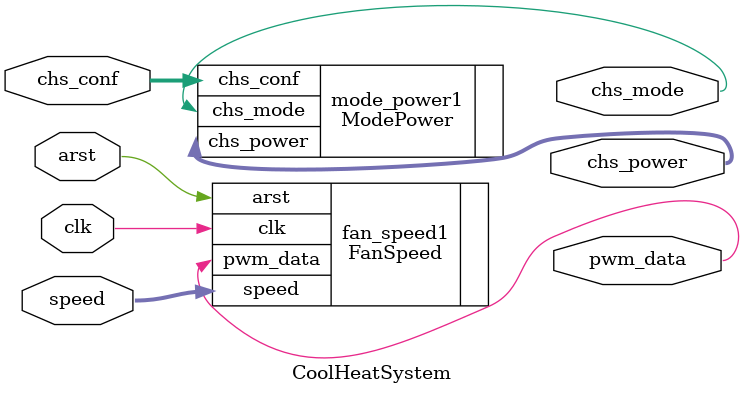
<source format=v>
/*--  *******************************************************
--  Computer Architecture Course, Laboratory Sources 
--  Amirkabir University of Technology (Tehran Polytechnic)
--  Department of Computer Engineering (CE-AUT)
--  https://ce[dot]aut[dot]ac[dot]ir
--  *******************************************************
--  All Rights reserved (C) 2019-2020
--  *******************************************************
--  Student ID  : 
--  Student Name: 
--  Student Mail: 
--  *******************************************************
--  Additional Comments:
--
--*/

/*-----------------------------------------------------------
---  Module Name: Cool Heat System
---  Description: Module3:
-----------------------------------------------------------*/
`timescale 1 ns/1 ns

module CoolHeatSystem (
	input        arst      , // reset [asynch]  
	input        clk       , // clock [posedge] 
	
	input  [7:0] speed     , // speed [duty-cycle]  
	
	input  [7:0] chs_conf  , // degree [temprature] 
	
	output [3:0] chs_power , // power  [cooler/heater] 
	output       chs_mode  , // model  [heat=1/cool=0]

	output       pwm_data    // data  [output]
);

	/* write your code here */
	ModePower mode_power1(
		.chs_conf(chs_conf),
		.chs_power(chs_power),
		.chs_mode(chs_mode)
	);
	
	FanSpeed fan_speed1(
		.arst(arst),
		.clk(clk),
		.speed(speed),
		.pwm_data(pwm_data)
	);
	/* write your code here */

endmodule

</source>
